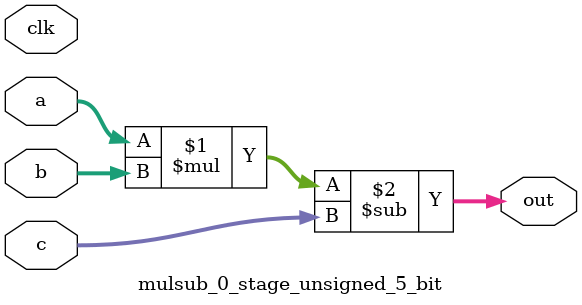
<source format=sv>
(* use_dsp = "yes" *) module mulsub_0_stage_unsigned_5_bit(
	input  [4:0] a,
	input  [4:0] b,
	input  [4:0] c,
	output [4:0] out,
	input clk);

	assign out = (a * b) - c;
endmodule

</source>
